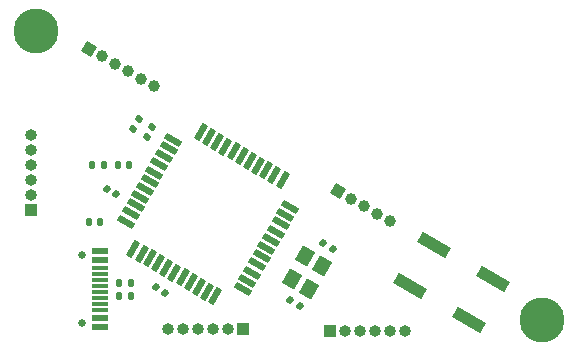
<source format=gts>
G04 #@! TF.GenerationSoftware,KiCad,Pcbnew,(6.0.2-0)*
G04 #@! TF.CreationDate,2023-02-28T15:21:07-05:00*
G04 #@! TF.ProjectId,daughter_board,64617567-6874-4657-925f-626f6172642e,rev?*
G04 #@! TF.SameCoordinates,Original*
G04 #@! TF.FileFunction,Soldermask,Top*
G04 #@! TF.FilePolarity,Negative*
%FSLAX46Y46*%
G04 Gerber Fmt 4.6, Leading zero omitted, Abs format (unit mm)*
G04 Created by KiCad (PCBNEW (6.0.2-0)) date 2023-02-28 15:21:07*
%MOMM*%
%LPD*%
G01*
G04 APERTURE LIST*
G04 Aperture macros list*
%AMRoundRect*
0 Rectangle with rounded corners*
0 $1 Rounding radius*
0 $2 $3 $4 $5 $6 $7 $8 $9 X,Y pos of 4 corners*
0 Add a 4 corners polygon primitive as box body*
4,1,4,$2,$3,$4,$5,$6,$7,$8,$9,$2,$3,0*
0 Add four circle primitives for the rounded corners*
1,1,$1+$1,$2,$3*
1,1,$1+$1,$4,$5*
1,1,$1+$1,$6,$7*
1,1,$1+$1,$8,$9*
0 Add four rect primitives between the rounded corners*
20,1,$1+$1,$2,$3,$4,$5,0*
20,1,$1+$1,$4,$5,$6,$7,0*
20,1,$1+$1,$6,$7,$8,$9,0*
20,1,$1+$1,$8,$9,$2,$3,0*%
%AMHorizOval*
0 Thick line with rounded ends*
0 $1 width*
0 $2 $3 position (X,Y) of the first rounded end (center of the circle)*
0 $4 $5 position (X,Y) of the second rounded end (center of the circle)*
0 Add line between two ends*
20,1,$1,$2,$3,$4,$5,0*
0 Add two circle primitives to create the rounded ends*
1,1,$1,$2,$3*
1,1,$1,$4,$5*%
%AMRotRect*
0 Rectangle, with rotation*
0 The origin of the aperture is its center*
0 $1 length*
0 $2 width*
0 $3 Rotation angle, in degrees counterclockwise*
0 Add horizontal line*
21,1,$1,$2,0,0,$3*%
G04 Aperture macros list end*
%ADD10RoundRect,0.140000X0.140000X0.170000X-0.140000X0.170000X-0.140000X-0.170000X0.140000X-0.170000X0*%
%ADD11RoundRect,0.135000X-0.135000X-0.185000X0.135000X-0.185000X0.135000X0.185000X-0.135000X0.185000X0*%
%ADD12RotRect,1.500000X0.550000X60.000000*%
%ADD13RotRect,1.500000X0.550000X150.000000*%
%ADD14RoundRect,0.135000X0.135000X0.185000X-0.135000X0.185000X-0.135000X-0.185000X0.135000X-0.185000X0*%
%ADD15RoundRect,0.140000X-0.077224X0.206244X-0.217224X-0.036244X0.077224X-0.206244X0.217224X0.036244X0*%
%ADD16C,3.800000*%
%ADD17RotRect,1.400000X1.200000X240.000000*%
%ADD18R,1.000000X1.000000*%
%ADD19O,1.000000X1.000000*%
%ADD20RoundRect,0.147500X-0.147500X-0.172500X0.147500X-0.172500X0.147500X0.172500X-0.147500X0.172500X0*%
%ADD21C,0.650000*%
%ADD22R,1.450000X0.600000*%
%ADD23R,1.450000X0.300000*%
%ADD24RoundRect,0.140000X0.206244X0.077224X-0.036244X0.217224X-0.206244X-0.077224X0.036244X-0.217224X0*%
%ADD25RotRect,1.000000X1.000000X60.000000*%
%ADD26HorizOval,1.000000X0.000000X0.000000X0.000000X0.000000X0*%
%ADD27RoundRect,0.140000X-0.206244X-0.077224X0.036244X-0.217224X0.206244X0.077224X-0.036244X0.217224X0*%
%ADD28RotRect,2.750000X1.000000X150.000000*%
G04 APERTURE END LIST*
D10*
X46590000Y-95050000D03*
X45630000Y-95050000D03*
D11*
X48220000Y-101360000D03*
X49240000Y-101360000D03*
D12*
X49435898Y-97366345D03*
X50128719Y-97766345D03*
X50821539Y-98166345D03*
X51514359Y-98566345D03*
X52207180Y-98966345D03*
X52900000Y-99366345D03*
X53592820Y-99766345D03*
X54285641Y-100166345D03*
X54978461Y-100566345D03*
X55671281Y-100966345D03*
X56364102Y-101366345D03*
D13*
X58686345Y-100744102D03*
X59086345Y-100051281D03*
X59486345Y-99358461D03*
X59886345Y-98665641D03*
X60286345Y-97972820D03*
X60686345Y-97280000D03*
X61086345Y-96587180D03*
X61486345Y-95894359D03*
X61886345Y-95201539D03*
X62286345Y-94508719D03*
X62686345Y-93815898D03*
D12*
X62064102Y-91493655D03*
X61371281Y-91093655D03*
X60678461Y-90693655D03*
X59985641Y-90293655D03*
X59292820Y-89893655D03*
X58600000Y-89493655D03*
X57907180Y-89093655D03*
X57214359Y-88693655D03*
X56521539Y-88293655D03*
X55828719Y-87893655D03*
X55135898Y-87493655D03*
D13*
X52813655Y-88115898D03*
X52413655Y-88808719D03*
X52013655Y-89501539D03*
X51613655Y-90194359D03*
X51213655Y-90887180D03*
X50813655Y-91580000D03*
X50413655Y-92272820D03*
X50013655Y-92965641D03*
X49613655Y-93658461D03*
X49213655Y-94351281D03*
X48813655Y-95044102D03*
D14*
X46980000Y-90270000D03*
X45960000Y-90270000D03*
D15*
X51040000Y-87044308D03*
X50560000Y-87875692D03*
D16*
X84010000Y-103390000D03*
D17*
X63963878Y-97982372D03*
X62863878Y-99887628D03*
X64336122Y-100737628D03*
X65436122Y-98832372D03*
D18*
X66085000Y-104290000D03*
D19*
X67355000Y-104290000D03*
X68625000Y-104290000D03*
X69895000Y-104290000D03*
X71165000Y-104290000D03*
X72435000Y-104290000D03*
D20*
X48105000Y-90270000D03*
X49075000Y-90270000D03*
D21*
X45115000Y-97850000D03*
X45115000Y-103630000D03*
D22*
X46560000Y-97515000D03*
X46560000Y-98290000D03*
D23*
X46560000Y-98990000D03*
X46560000Y-99490000D03*
X46560000Y-99990000D03*
X46560000Y-100490000D03*
X46560000Y-100990000D03*
X46560000Y-101490000D03*
X46560000Y-101990000D03*
X46560000Y-102490000D03*
D22*
X46560000Y-103190000D03*
X46560000Y-103965000D03*
D24*
X63515692Y-102170000D03*
X62684308Y-101690000D03*
D11*
X48220000Y-100240000D03*
X49240000Y-100240000D03*
D15*
X49900000Y-86354308D03*
X49420000Y-87185692D03*
D24*
X47995692Y-92730000D03*
X47164308Y-92250000D03*
D18*
X40800000Y-94035000D03*
D19*
X40800000Y-92765000D03*
X40800000Y-91495000D03*
X40800000Y-90225000D03*
X40800000Y-88955000D03*
X40800000Y-87685000D03*
D24*
X52135692Y-101070000D03*
X51304308Y-100590000D03*
D25*
X45660369Y-80422500D03*
D26*
X46760221Y-81057500D03*
X47860074Y-81692500D03*
X48959926Y-82327500D03*
X50059778Y-82962500D03*
X51159630Y-83597500D03*
D25*
X66730000Y-92490000D03*
D26*
X67829852Y-93125000D03*
X68929705Y-93760000D03*
X70029557Y-94395000D03*
X71129409Y-95030000D03*
D27*
X65464308Y-96890000D03*
X66295692Y-97370000D03*
D18*
X58705000Y-104110000D03*
D19*
X57435000Y-104110000D03*
X56165000Y-104110000D03*
X54895000Y-104110000D03*
X53625000Y-104110000D03*
X52355000Y-104110000D03*
D16*
X41200000Y-78870000D03*
D28*
X72845847Y-100492051D03*
X77834153Y-103372051D03*
X74845847Y-97027949D03*
X79834153Y-99907949D03*
M02*

</source>
